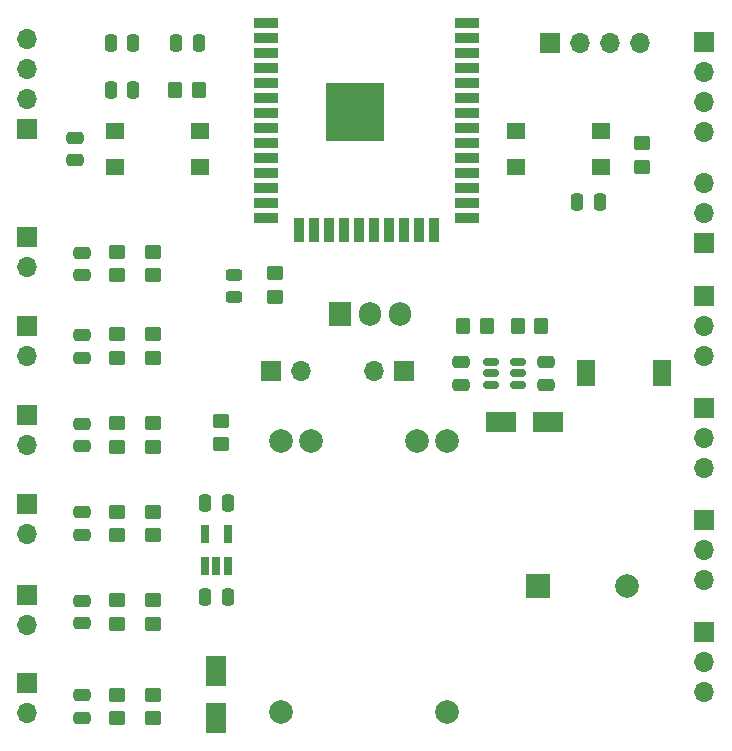
<source format=gts>
G04 #@! TF.GenerationSoftware,KiCad,Pcbnew,(6.0.5)*
G04 #@! TF.CreationDate,2023-04-20T10:52:06+08:00*
G04 #@! TF.ProjectId,Pill Dispenser,50696c6c-2044-4697-9370-656e7365722e,rev?*
G04 #@! TF.SameCoordinates,Original*
G04 #@! TF.FileFunction,Soldermask,Top*
G04 #@! TF.FilePolarity,Negative*
%FSLAX46Y46*%
G04 Gerber Fmt 4.6, Leading zero omitted, Abs format (unit mm)*
G04 Created by KiCad (PCBNEW (6.0.5)) date 2023-04-20 10:52:06*
%MOMM*%
%LPD*%
G01*
G04 APERTURE LIST*
G04 Aperture macros list*
%AMRoundRect*
0 Rectangle with rounded corners*
0 $1 Rounding radius*
0 $2 $3 $4 $5 $6 $7 $8 $9 X,Y pos of 4 corners*
0 Add a 4 corners polygon primitive as box body*
4,1,4,$2,$3,$4,$5,$6,$7,$8,$9,$2,$3,0*
0 Add four circle primitives for the rounded corners*
1,1,$1+$1,$2,$3*
1,1,$1+$1,$4,$5*
1,1,$1+$1,$6,$7*
1,1,$1+$1,$8,$9*
0 Add four rect primitives between the rounded corners*
20,1,$1+$1,$2,$3,$4,$5,0*
20,1,$1+$1,$4,$5,$6,$7,0*
20,1,$1+$1,$6,$7,$8,$9,0*
20,1,$1+$1,$8,$9,$2,$3,0*%
G04 Aperture macros list end*
%ADD10RoundRect,0.250000X0.250000X0.475000X-0.250000X0.475000X-0.250000X-0.475000X0.250000X-0.475000X0*%
%ADD11RoundRect,0.250000X0.450000X-0.350000X0.450000X0.350000X-0.450000X0.350000X-0.450000X-0.350000X0*%
%ADD12R,1.700000X1.700000*%
%ADD13O,1.700000X1.700000*%
%ADD14RoundRect,0.250000X0.475000X-0.250000X0.475000X0.250000X-0.475000X0.250000X-0.475000X-0.250000X0*%
%ADD15R,2.500000X1.800000*%
%ADD16RoundRect,0.250000X-0.250000X-0.475000X0.250000X-0.475000X0.250000X0.475000X-0.250000X0.475000X0*%
%ADD17R,1.905000X2.000000*%
%ADD18O,1.905000X2.000000*%
%ADD19RoundRect,0.250000X-0.450000X0.350000X-0.450000X-0.350000X0.450000X-0.350000X0.450000X0.350000X0*%
%ADD20RoundRect,0.250000X0.350000X0.450000X-0.350000X0.450000X-0.350000X-0.450000X0.350000X-0.450000X0*%
%ADD21R,0.650000X1.560000*%
%ADD22RoundRect,0.250000X-0.475000X0.250000X-0.475000X-0.250000X0.475000X-0.250000X0.475000X0.250000X0*%
%ADD23R,1.600000X1.400000*%
%ADD24R,2.000000X0.900000*%
%ADD25R,0.900000X2.000000*%
%ADD26R,5.000000X5.000000*%
%ADD27R,1.500000X2.200000*%
%ADD28RoundRect,0.150000X0.512500X0.150000X-0.512500X0.150000X-0.512500X-0.150000X0.512500X-0.150000X0*%
%ADD29R,2.000000X2.000000*%
%ADD30C,2.000000*%
%ADD31R,1.800000X2.500000*%
%ADD32RoundRect,0.243750X-0.456250X0.243750X-0.456250X-0.243750X0.456250X-0.243750X0.456250X0.243750X0*%
G04 APERTURE END LIST*
D10*
X113500000Y-80000000D03*
X111600000Y-80000000D03*
D11*
X109600000Y-99700000D03*
X109600000Y-97700000D03*
D12*
X156300000Y-101400000D03*
D13*
X156300000Y-103940000D03*
X156300000Y-106480000D03*
D12*
X156300000Y-110900000D03*
D13*
X156300000Y-113440000D03*
X156300000Y-115980000D03*
D12*
X99000000Y-111500000D03*
D13*
X99000000Y-114040000D03*
D14*
X142900000Y-108950000D03*
X142900000Y-107050000D03*
D11*
X109600000Y-129200000D03*
X109600000Y-127200000D03*
D15*
X143100000Y-112100000D03*
X139100000Y-112100000D03*
D11*
X109600000Y-137200000D03*
X109600000Y-135200000D03*
D16*
X114050000Y-126950000D03*
X115950000Y-126950000D03*
D17*
X125460000Y-102945000D03*
D18*
X128000000Y-102945000D03*
X130540000Y-102945000D03*
D11*
X106600000Y-114200000D03*
X106600000Y-112200000D03*
D16*
X106050000Y-80000000D03*
X107950000Y-80000000D03*
D19*
X151000000Y-88500000D03*
X151000000Y-90500000D03*
D11*
X109600000Y-121700000D03*
X109600000Y-119700000D03*
D12*
X99000000Y-96460000D03*
D13*
X99000000Y-99000000D03*
D14*
X103600000Y-129150000D03*
X103600000Y-127250000D03*
D20*
X113500000Y-84000000D03*
X111500000Y-84000000D03*
D21*
X114050000Y-124300000D03*
X115000000Y-124300000D03*
X115950000Y-124300000D03*
X115950000Y-121600000D03*
X114050000Y-121600000D03*
D19*
X120000000Y-99500000D03*
X120000000Y-101500000D03*
D22*
X135700000Y-107050000D03*
X135700000Y-108950000D03*
D11*
X109600000Y-114200000D03*
X109600000Y-112200000D03*
D14*
X103600000Y-137150000D03*
X103600000Y-135250000D03*
D12*
X99000000Y-119035000D03*
D13*
X99000000Y-121575000D03*
D12*
X156300000Y-96925000D03*
D13*
X156300000Y-94385000D03*
X156300000Y-91845000D03*
D23*
X113600000Y-87500000D03*
X106400000Y-87500000D03*
X113600000Y-90500000D03*
X106400000Y-90500000D03*
D22*
X103000000Y-88050000D03*
X103000000Y-89950000D03*
D20*
X142500000Y-104000000D03*
X140500000Y-104000000D03*
D24*
X119200000Y-78345000D03*
X119200000Y-79615000D03*
X119200000Y-80885000D03*
X119200000Y-82155000D03*
X119200000Y-83425000D03*
X119200000Y-84695000D03*
X119200000Y-85965000D03*
X119200000Y-87235000D03*
X119200000Y-88505000D03*
X119200000Y-89775000D03*
X119200000Y-91045000D03*
X119200000Y-92315000D03*
X119200000Y-93585000D03*
X119200000Y-94855000D03*
D25*
X121985000Y-95855000D03*
X123255000Y-95855000D03*
X124525000Y-95855000D03*
X125795000Y-95855000D03*
X127065000Y-95855000D03*
X128335000Y-95855000D03*
X129605000Y-95855000D03*
X130875000Y-95855000D03*
X132145000Y-95855000D03*
X133415000Y-95855000D03*
D24*
X136200000Y-94855000D03*
X136200000Y-93585000D03*
X136200000Y-92315000D03*
X136200000Y-91045000D03*
X136200000Y-89775000D03*
X136200000Y-88505000D03*
X136200000Y-87235000D03*
X136200000Y-85965000D03*
X136200000Y-84695000D03*
X136200000Y-83425000D03*
X136200000Y-82155000D03*
X136200000Y-80885000D03*
X136200000Y-79615000D03*
X136200000Y-78345000D03*
D26*
X126700000Y-85845000D03*
D11*
X106600000Y-121700000D03*
X106600000Y-119700000D03*
D12*
X99000000Y-134225000D03*
D13*
X99000000Y-136765000D03*
D16*
X114050000Y-118950000D03*
X115950000Y-118950000D03*
D12*
X99000000Y-126725000D03*
D13*
X99000000Y-129265000D03*
D11*
X109600000Y-106700000D03*
X109600000Y-104700000D03*
D12*
X156300000Y-120375000D03*
D13*
X156300000Y-122915000D03*
X156300000Y-125455000D03*
D12*
X156300000Y-79900000D03*
D13*
X156300000Y-82440000D03*
X156300000Y-84980000D03*
X156300000Y-87520000D03*
D11*
X106600000Y-129200000D03*
X106600000Y-127200000D03*
D14*
X103600000Y-99700000D03*
X103600000Y-97800000D03*
D27*
X146300000Y-108000000D03*
X152700000Y-108000000D03*
D14*
X103600000Y-106650000D03*
X103600000Y-104750000D03*
D20*
X137900000Y-104000000D03*
X135900000Y-104000000D03*
D28*
X140500000Y-108950000D03*
X140500000Y-108000000D03*
X140500000Y-107050000D03*
X138225000Y-107050000D03*
X138225000Y-108000000D03*
X138225000Y-108950000D03*
D16*
X106050000Y-84000000D03*
X107950000Y-84000000D03*
D23*
X147600000Y-87500000D03*
X140400000Y-87500000D03*
X147600000Y-90500000D03*
X140400000Y-90500000D03*
D29*
X142200000Y-126000000D03*
D30*
X149800000Y-126000000D03*
D13*
X99000000Y-79680000D03*
X99000000Y-82220000D03*
X99000000Y-84760000D03*
D12*
X99000000Y-87300000D03*
D11*
X106600000Y-137200000D03*
X106600000Y-135200000D03*
D12*
X130875000Y-107800000D03*
D13*
X128335000Y-107800000D03*
D11*
X115400000Y-114000000D03*
X115400000Y-112000000D03*
D31*
X115000000Y-133200000D03*
X115000000Y-137200000D03*
D11*
X106600000Y-106700000D03*
X106600000Y-104700000D03*
D30*
X120500000Y-136700000D03*
X134500000Y-136700000D03*
X120500000Y-113700000D03*
X134500000Y-113700000D03*
X123040000Y-113700000D03*
X131960000Y-113700000D03*
D12*
X156300000Y-129900000D03*
D13*
X156300000Y-132440000D03*
X156300000Y-134980000D03*
D14*
X103600000Y-114150000D03*
X103600000Y-112250000D03*
D12*
X99000000Y-104000000D03*
D13*
X99000000Y-106540000D03*
D12*
X119625000Y-107800000D03*
D13*
X122165000Y-107800000D03*
D11*
X106600000Y-99700000D03*
X106600000Y-97700000D03*
D14*
X103600000Y-121650000D03*
X103600000Y-119750000D03*
D13*
X150820000Y-80000000D03*
X148280000Y-80000000D03*
X145740000Y-80000000D03*
D12*
X143200000Y-80000000D03*
D16*
X145550000Y-93500000D03*
X147450000Y-93500000D03*
D32*
X116500000Y-99624999D03*
X116500000Y-101499999D03*
M02*

</source>
